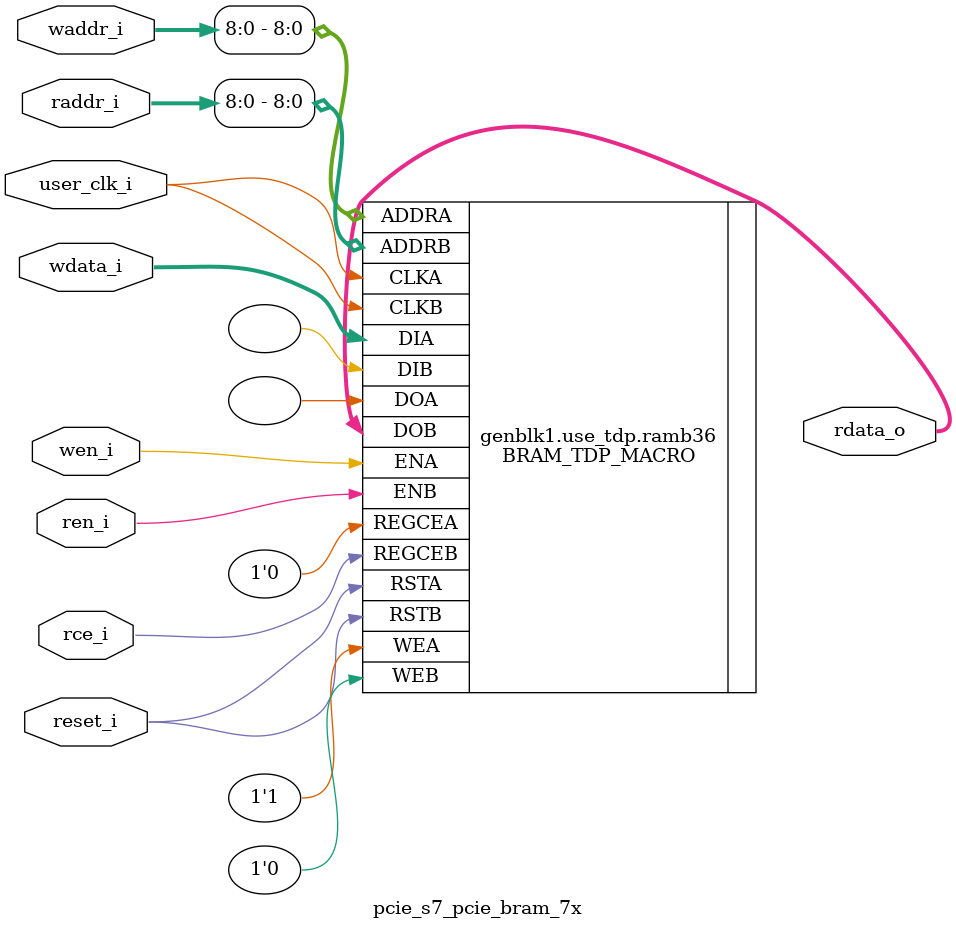
<source format=v>

`timescale 1ps/1ps

(* DowngradeIPIdentifiedWarnings = "yes" *)
module pcie_s7_pcie_bram_7x
  #(
    parameter [3:0]  LINK_CAP_MAX_LINK_SPEED = 4'h1,        // PCIe Link Speed : 1 - 2.5 GT/s; 2 - 5.0 GT/s
    parameter [5:0]  LINK_CAP_MAX_LINK_WIDTH = 6'h08,       // PCIe Link Width : 1 / 2 / 4 / 8
    parameter IMPL_TARGET = "HARD",                         // the implementation target : HARD, SOFT
    parameter DOB_REG = 0,                                  // 1 - use the output register;
                                                            // 0 - don't use the output register
    parameter WIDTH = 0                                     // supported WIDTH's : 4, 9, 18, 36 - uses RAMB36
                                                            //                     72 - uses RAMB36SDP
    )
    (
     input               user_clk_i,// user clock
     input               reset_i,   // bram reset

     input               wen_i,     // write enable
     input [12:0]        waddr_i,   // write address
     input [WIDTH - 1:0] wdata_i,   // write data

     input               ren_i,     // read enable
     input               rce_i,     // output register clock enable
     input [12:0]        raddr_i,   // read address

     output [WIDTH - 1:0] rdata_o   // read data
     );

   // map the address bits
   localparam ADDR_MSB = ((WIDTH == 4)  ? 12 :
                          (WIDTH == 9)  ? 11 :
                          (WIDTH == 18) ? 10 :
                          (WIDTH == 36) ?  9 :
                                           8
                          );

   // set the width of the tied off low address bits
   localparam ADDR_LO_BITS = ((WIDTH == 4)  ? 2 :
                              (WIDTH == 9)  ? 3 :
                              (WIDTH == 18) ? 4 :
                              (WIDTH == 36) ? 5 :
                                              0 // for WIDTH 72 use RAMB36SDP
                              );

   // map the data bits
   localparam D_MSB =  ((WIDTH == 4)  ?  3 :
                        (WIDTH == 9)  ?  7 :
                        (WIDTH == 18) ? 15 :
                        (WIDTH == 36) ? 31 :
                                        63
                        );

   // map the data parity bits
   localparam DP_LSB =  D_MSB + 1;

   localparam DP_MSB =  ((WIDTH == 4)  ? 4 :
                         (WIDTH == 9)  ? 8 :
                         (WIDTH == 18) ? 17 :
                         (WIDTH == 36) ? 35 :
                                         71
                        );

   localparam DPW = DP_MSB - DP_LSB + 1;
   localparam WRITE_MODE = ((WIDTH == 72) && (!((LINK_CAP_MAX_LINK_SPEED == 4'h2) && (LINK_CAP_MAX_LINK_WIDTH == 6'h08)))) ? "WRITE_FIRST" :
                           ((LINK_CAP_MAX_LINK_SPEED == 4'h2) && (LINK_CAP_MAX_LINK_WIDTH == 6'h08)) ? "WRITE_FIRST" : "NO_CHANGE";

   localparam DEVICE = (IMPL_TARGET == "HARD") ? "7SERIES" : "VIRTEX6";
   localparam BRAM_SIZE = "36Kb";

   localparam WE_WIDTH =(DEVICE == "VIRTEX5" || DEVICE == "VIRTEX6" || DEVICE == "7SERIES") ?
                            ((WIDTH <= 9) ? 1 :
                             (WIDTH > 9 && WIDTH <= 18) ? 2 :
                             (WIDTH > 18 && WIDTH <= 36) ? 4 :
                             (WIDTH > 36 && WIDTH <= 72) ? 8 :
                             (BRAM_SIZE == "18Kb") ? 4 : 8 ) : 8;

   //synthesis translate_off
   initial begin
      //$display("[%t] %m DOB_REG %0d WIDTH %0d ADDR_MSB %0d ADDR_LO_BITS %0d DP_MSB %0d DP_LSB %0d D_MSB %0d",
      //          $time, DOB_REG,   WIDTH,    ADDR_MSB,    ADDR_LO_BITS,    DP_MSB,    DP_LSB,    D_MSB);

      case (WIDTH)
        4,9,18,36,72:;
        default:
          begin
             $display("[%t] %m Error WIDTH %0d not supported", $time, WIDTH);
             $finish;
          end
      endcase // case (WIDTH)
   end
   //synthesis translate_on

   generate
   if ((LINK_CAP_MAX_LINK_WIDTH == 6'h08 && LINK_CAP_MAX_LINK_SPEED == 4'h2) || (WIDTH == 72)) begin : use_sdp
        BRAM_SDP_MACRO #(
               .DEVICE        (DEVICE),
               .BRAM_SIZE     (BRAM_SIZE),
               .DO_REG        (DOB_REG),
               .READ_WIDTH    (WIDTH),
               .WRITE_WIDTH   (WIDTH),
               .WRITE_MODE    (WRITE_MODE)
               )
        ramb36sdp(
               .DO             (rdata_o[WIDTH-1:0]),
               .DI             (wdata_i[WIDTH-1:0]),
               .RDADDR         (raddr_i[ADDR_MSB:0]),
               .RDCLK          (user_clk_i),
               .RDEN           (ren_i),
               .REGCE          (rce_i),
               .RST            (reset_i),
               .WE             ({WE_WIDTH{1'b1}}),
               .WRADDR         (waddr_i[ADDR_MSB:0]),
               .WRCLK          (user_clk_i),
               .WREN           (wen_i)
               );

    end  // block: use_sdp
    else if (WIDTH <= 36) begin : use_tdp
    // use RAMB36's if the width is 4, 9, 18, or 36
        BRAM_TDP_MACRO #(
               .DEVICE        (DEVICE),
               .BRAM_SIZE     (BRAM_SIZE),
               .DOA_REG       (0),
               .DOB_REG       (DOB_REG),
               .READ_WIDTH_A  (WIDTH),
               .READ_WIDTH_B  (WIDTH),
               .WRITE_WIDTH_A (WIDTH),
               .WRITE_WIDTH_B (WIDTH),
               .WRITE_MODE_A  (WRITE_MODE)
               )
        ramb36(
               .DOA            (),
               .DOB            (rdata_o[WIDTH-1:0]),
               .ADDRA          (waddr_i[ADDR_MSB:0]),
               .ADDRB          (raddr_i[ADDR_MSB:0]),
               .CLKA           (user_clk_i),
               .CLKB           (user_clk_i),
               .DIA            (wdata_i[WIDTH-1:0]),
               .DIB            ({WIDTH{1'b0}}),
               .ENA            (wen_i),
               .ENB            (ren_i),
               .REGCEA         (1'b0),
               .REGCEB         (rce_i),
               .RSTA           (reset_i),
               .RSTB           (reset_i),
               .WEA            ({WE_WIDTH{1'b1}}),
               .WEB            ({WE_WIDTH{1'b0}})
               );
   end // block: use_tdp
   endgenerate

endmodule // pcie_bram_7x


</source>
